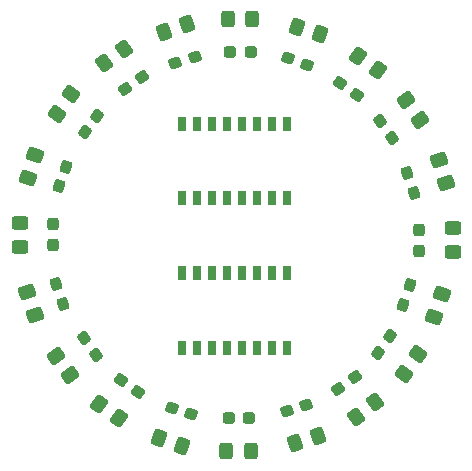
<source format=gbr>
G04 #@! TF.GenerationSoftware,KiCad,Pcbnew,(6.0.9)*
G04 #@! TF.CreationDate,2022-11-29T20:17:37+01:00*
G04 #@! TF.ProjectId,SMD Lauflicht 0805-0603 v1_1,534d4420-4c61-4756-966c-696368742030,rev?*
G04 #@! TF.SameCoordinates,Original*
G04 #@! TF.FileFunction,Paste,Top*
G04 #@! TF.FilePolarity,Positive*
%FSLAX46Y46*%
G04 Gerber Fmt 4.6, Leading zero omitted, Abs format (unit mm)*
G04 Created by KiCad (PCBNEW (6.0.9)) date 2022-11-29 20:17:37*
%MOMM*%
%LPD*%
G01*
G04 APERTURE LIST*
G04 Aperture macros list*
%AMRoundRect*
0 Rectangle with rounded corners*
0 $1 Rounding radius*
0 $2 $3 $4 $5 $6 $7 $8 $9 X,Y pos of 4 corners*
0 Add a 4 corners polygon primitive as box body*
4,1,4,$2,$3,$4,$5,$6,$7,$8,$9,$2,$3,0*
0 Add four circle primitives for the rounded corners*
1,1,$1+$1,$2,$3*
1,1,$1+$1,$4,$5*
1,1,$1+$1,$6,$7*
1,1,$1+$1,$8,$9*
0 Add four rect primitives between the rounded corners*
20,1,$1+$1,$2,$3,$4,$5,0*
20,1,$1+$1,$4,$5,$6,$7,0*
20,1,$1+$1,$6,$7,$8,$9,0*
20,1,$1+$1,$8,$9,$2,$3,0*%
G04 Aperture macros list end*
%ADD10RoundRect,0.250000X0.325000X0.450000X-0.325000X0.450000X-0.325000X-0.450000X0.325000X-0.450000X0*%
%ADD11RoundRect,0.250000X-0.325000X-0.450000X0.325000X-0.450000X0.325000X0.450000X-0.325000X0.450000X0*%
%ADD12RoundRect,0.250000X-0.448151X-0.327545X0.170036X-0.528406X0.448151X0.327545X-0.170036X0.528406X0*%
%ADD13RoundRect,0.250000X0.448151X0.327545X-0.170036X0.528406X-0.448151X-0.327545X0.170036X-0.528406X0*%
%ADD14RoundRect,0.250000X0.527434X0.173027X0.001573X0.555088X-0.527434X-0.173027X-0.001573X-0.555088X0*%
%ADD15RoundRect,0.250000X-0.527434X-0.173027X-0.001573X-0.555088X0.527434X0.173027X0.001573X0.555088X0*%
%ADD16RoundRect,0.250000X-0.555088X-0.001573X-0.173027X-0.527434X0.555088X0.001573X0.173027X0.527434X0*%
%ADD17RoundRect,0.250000X0.555088X0.001573X0.173027X0.527434X-0.555088X-0.001573X-0.173027X-0.527434X0*%
%ADD18RoundRect,0.250000X0.528406X-0.170036X0.327545X0.448151X-0.528406X0.170036X-0.327545X-0.448151X0*%
%ADD19RoundRect,0.250000X-0.528406X0.170036X-0.327545X-0.448151X0.528406X-0.170036X0.327545X0.448151X0*%
%ADD20RoundRect,0.250000X-0.450000X0.325000X-0.450000X-0.325000X0.450000X-0.325000X0.450000X0.325000X0*%
%ADD21RoundRect,0.250000X0.450000X-0.325000X0.450000X0.325000X-0.450000X0.325000X-0.450000X-0.325000X0*%
%ADD22RoundRect,0.250000X0.327545X-0.448151X0.528406X0.170036X-0.327545X0.448151X-0.528406X-0.170036X0*%
%ADD23RoundRect,0.250000X-0.327545X0.448151X-0.528406X-0.170036X0.327545X-0.448151X0.528406X0.170036X0*%
%ADD24RoundRect,0.250000X-0.173027X0.527434X-0.555088X0.001573X0.173027X-0.527434X0.555088X-0.001573X0*%
%ADD25RoundRect,0.250000X0.173027X-0.527434X0.555088X-0.001573X-0.173027X0.527434X-0.555088X0.001573X0*%
%ADD26RoundRect,0.250000X0.001573X-0.555088X0.527434X-0.173027X-0.001573X0.555088X-0.527434X0.173027X0*%
%ADD27RoundRect,0.250000X-0.001573X0.555088X-0.527434X0.173027X0.001573X-0.555088X0.527434X-0.173027X0*%
%ADD28RoundRect,0.250000X0.170036X0.528406X-0.448151X0.327545X-0.170036X-0.528406X0.448151X-0.327545X0*%
%ADD29RoundRect,0.250000X-0.170036X-0.528406X0.448151X-0.327545X0.170036X0.528406X-0.448151X0.327545X0*%
%ADD30R,0.800000X1.300000*%
%ADD31RoundRect,0.237500X0.287500X0.237500X-0.287500X0.237500X-0.287500X-0.237500X0.287500X-0.237500X0*%
%ADD32RoundRect,0.237500X-0.346820X-0.137034X0.200037X-0.314718X0.346820X0.137034X-0.200037X0.314718X0*%
%ADD33RoundRect,0.237500X0.372191X0.023153X-0.092993X0.361130X-0.372191X-0.023153X0.092993X-0.361130X0*%
%ADD34RoundRect,0.237500X-0.361130X0.092993X-0.023153X-0.372191X0.361130X-0.092993X0.023153X0.372191X0*%
%ADD35RoundRect,0.237500X0.314718X-0.200037X0.137034X0.346820X-0.314718X0.200037X-0.137034X-0.346820X0*%
%ADD36RoundRect,0.237500X-0.237500X0.287500X-0.237500X-0.287500X0.237500X-0.287500X0.237500X0.287500X0*%
%ADD37RoundRect,0.237500X-0.137034X0.346820X-0.314718X-0.200037X0.137034X-0.346820X0.314718X0.200037X0*%
%ADD38RoundRect,0.237500X0.023153X-0.372191X0.361130X0.092993X-0.023153X0.372191X-0.361130X-0.092993X0*%
%ADD39RoundRect,0.237500X-0.287500X-0.237500X0.287500X-0.237500X0.287500X0.237500X-0.287500X0.237500X0*%
%ADD40RoundRect,0.237500X0.346820X0.137034X-0.200037X0.314718X-0.346820X-0.137034X0.200037X-0.314718X0*%
%ADD41RoundRect,0.237500X-0.372191X-0.023153X0.092993X-0.361130X0.372191X0.023153X-0.092993X0.361130X0*%
%ADD42RoundRect,0.237500X0.361130X-0.092993X0.023153X0.372191X-0.361130X0.092993X-0.023153X-0.372191X0*%
%ADD43RoundRect,0.237500X0.092993X0.361130X-0.372191X0.023153X-0.092993X-0.361130X0.372191X-0.023153X0*%
%ADD44RoundRect,0.237500X-0.200037X-0.314718X0.346820X-0.137034X0.200037X0.314718X-0.346820X0.137034X0*%
%ADD45RoundRect,0.237500X-0.092993X-0.361130X0.372191X-0.023153X0.092993X0.361130X-0.372191X0.023153X0*%
%ADD46RoundRect,0.237500X0.200037X0.314718X-0.346820X0.137034X-0.200037X-0.314718X0.346820X-0.137034X0*%
G04 APERTURE END LIST*
D10*
X72312580Y-72446860D03*
X70262580Y-72446860D03*
D11*
X70099700Y-109070780D03*
X72149700Y-109070780D03*
D12*
X76040067Y-73102878D03*
X77989733Y-73736362D03*
D13*
X66361253Y-108588162D03*
X64411587Y-107954678D03*
D14*
X82934022Y-76752820D03*
X81275538Y-75547860D03*
D15*
X59351936Y-105071820D03*
X61010420Y-106276780D03*
D16*
X85325620Y-79326338D03*
X86530580Y-80984822D03*
D17*
X56875800Y-102630542D03*
X55670840Y-100972058D03*
D18*
X88722002Y-86338653D03*
X88088518Y-84388987D03*
D19*
X53227438Y-95539387D03*
X53860922Y-97489053D03*
D20*
X89271380Y-90148300D03*
X89271380Y-92198300D03*
D21*
X52587780Y-91741740D03*
X52587780Y-89691740D03*
D22*
X87713878Y-97665173D03*
X88347362Y-95715507D03*
D23*
X53901162Y-83926107D03*
X53267678Y-85875773D03*
D24*
X86345940Y-100852618D03*
X85140980Y-102511102D03*
D25*
X55735020Y-80481102D03*
X56939980Y-78822618D03*
D26*
X81056218Y-106121940D03*
X82714702Y-104916980D03*
D27*
X61412060Y-75004300D03*
X59753576Y-76209260D03*
D28*
X77859900Y-107719580D03*
X75910234Y-108353064D03*
D29*
X64789074Y-73545144D03*
X66738740Y-72911660D03*
D30*
X75260000Y-93967700D03*
X73980000Y-93967700D03*
X72720000Y-93967700D03*
X71450000Y-93967700D03*
X70170000Y-93967700D03*
X68900000Y-93967700D03*
X67640000Y-93967700D03*
X66360000Y-93967700D03*
X66360000Y-100267700D03*
X67640000Y-100267700D03*
X68900000Y-100267700D03*
X70170000Y-100267700D03*
X71450000Y-100267700D03*
X72720000Y-100267700D03*
X73980000Y-100267700D03*
X75260000Y-100267700D03*
X75211740Y-81323580D03*
X73931740Y-81323580D03*
X72671740Y-81323580D03*
X71401740Y-81323580D03*
X70121740Y-81323580D03*
X68851740Y-81323580D03*
X67591740Y-81323580D03*
X66311740Y-81323580D03*
X66311740Y-87623580D03*
X67591740Y-87623580D03*
X68851740Y-87623580D03*
X70121740Y-87623580D03*
X71401740Y-87623580D03*
X72671740Y-87623580D03*
X73931740Y-87623580D03*
X75211740Y-87623580D03*
D31*
X72185260Y-75261340D03*
X70435260Y-75261340D03*
D32*
X75298086Y-75790950D03*
X76962434Y-76331730D03*
D33*
X81128150Y-78925652D03*
X79712370Y-77897028D03*
D34*
X83125948Y-81123450D03*
X84154572Y-82539230D03*
D35*
X85950650Y-87143514D03*
X85409870Y-85479166D03*
D36*
X86400260Y-90306340D03*
X86400260Y-92056340D03*
D37*
X85610650Y-94969166D03*
X85069870Y-96633514D03*
D38*
X82945948Y-100744230D03*
X83974572Y-99328450D03*
D39*
X70295260Y-106271340D03*
X72045260Y-106271340D03*
D40*
X67142434Y-105901730D03*
X65478086Y-105360950D03*
D41*
X61212370Y-102987028D03*
X62628150Y-104015652D03*
D42*
X59064572Y-100899230D03*
X58035948Y-99483450D03*
D35*
X56248180Y-96569060D03*
X55707400Y-94904712D03*
D36*
X55430260Y-89836340D03*
X55430260Y-91586340D03*
D37*
X56490650Y-84969166D03*
X55949870Y-86633514D03*
D38*
X58095948Y-82039230D03*
X59124572Y-80623450D03*
D43*
X62948150Y-77387028D03*
X61532370Y-78415652D03*
D44*
X65768086Y-76181730D03*
X67432434Y-75640950D03*
D45*
X79550890Y-103759852D03*
X80966670Y-102731228D03*
D46*
X76867434Y-105105950D03*
X75203086Y-105646730D03*
M02*

</source>
